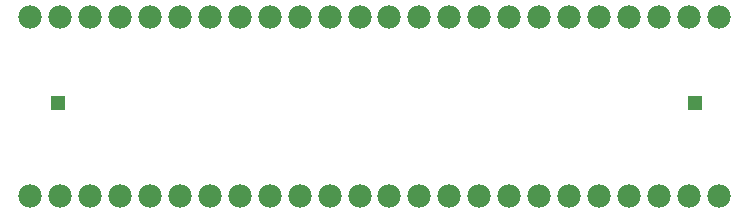
<source format=gbs>
G75*
%MOIN*%
%OFA0B0*%
%FSLAX24Y24*%
%IPPOS*%
%LPD*%
%AMOC8*
5,1,8,0,0,1.08239X$1,22.5*
%
%ADD10C,0.0780*%
%ADD11R,0.0476X0.0476*%
D10*
X000999Y001380D03*
X001999Y001380D03*
X002999Y001380D03*
X003999Y001380D03*
X004999Y001380D03*
X005999Y001380D03*
X006999Y001380D03*
X007999Y001380D03*
X008999Y001380D03*
X009999Y001380D03*
X010999Y001380D03*
X011999Y001380D03*
X012967Y001380D03*
X013967Y001380D03*
X014967Y001380D03*
X015967Y001380D03*
X016967Y001380D03*
X017967Y001380D03*
X018967Y001380D03*
X019967Y001380D03*
X020967Y001380D03*
X021967Y001380D03*
X022967Y001380D03*
X023967Y001380D03*
X023967Y007365D03*
X022967Y007365D03*
X021967Y007365D03*
X020967Y007365D03*
X019967Y007365D03*
X018967Y007365D03*
X017967Y007365D03*
X016967Y007365D03*
X015967Y007365D03*
X014967Y007365D03*
X013967Y007365D03*
X012967Y007365D03*
X011999Y007365D03*
X010999Y007365D03*
X009999Y007365D03*
X008999Y007365D03*
X007999Y007365D03*
X006999Y007365D03*
X005999Y007365D03*
X004999Y007365D03*
X003999Y007365D03*
X002999Y007365D03*
X001999Y007365D03*
X000999Y007365D03*
D11*
X001932Y004491D03*
X023191Y004491D03*
M02*

</source>
